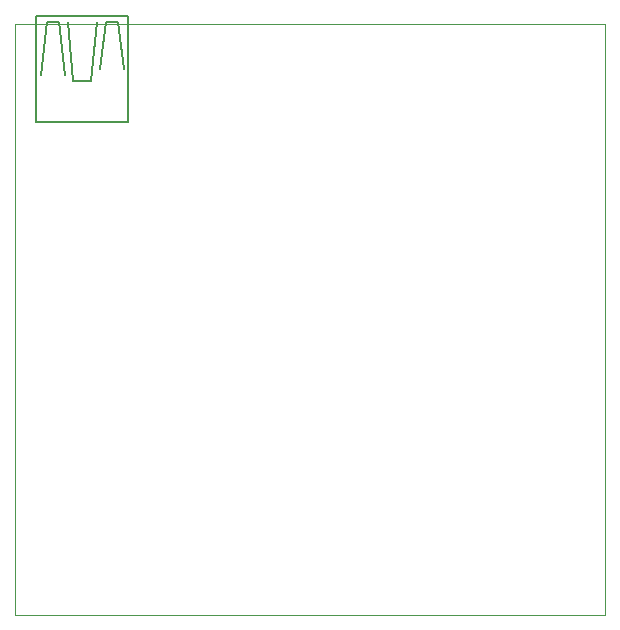
<source format=gbo>
G75*
%MOIN*%
%OFA0B0*%
%FSLAX25Y25*%
%IPPOS*%
%LPD*%
%AMOC8*
5,1,8,0,0,1.08239X$1,22.5*
%
%ADD10C,0.00000*%
%ADD11C,0.00500*%
D10*
X0001800Y0001800D02*
X0001800Y0198650D01*
X0198650Y0198650D01*
X0198650Y0001800D01*
X0001800Y0001800D01*
D11*
X0008946Y0166131D02*
X0008946Y0201564D01*
X0039654Y0201564D01*
X0039654Y0166131D01*
X0008946Y0166131D01*
X0021347Y0179910D02*
X0019379Y0199595D01*
X0016426Y0199595D02*
X0018394Y0181879D01*
X0021347Y0179910D02*
X0027253Y0179910D01*
X0029221Y0199595D01*
X0032174Y0199595D02*
X0030206Y0183847D01*
X0038080Y0183847D02*
X0036111Y0199595D01*
X0032174Y0199595D01*
X0016426Y0199595D02*
X0012489Y0199595D01*
X0010520Y0181879D01*
M02*

</source>
